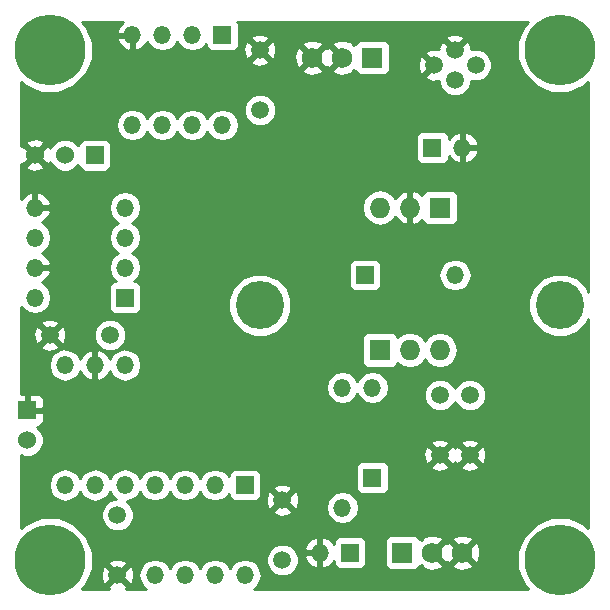
<source format=gbl>
G04 (created by PCBNEW (2013-07-07 BZR 4022)-stable) date 4/8/2015 5:18:20 PM*
%MOIN*%
G04 Gerber Fmt 3.4, Leading zero omitted, Abs format*
%FSLAX34Y34*%
G01*
G70*
G90*
G04 APERTURE LIST*
%ADD10C,0.00590551*%
%ADD11R,0.069X0.069*%
%ADD12O,0.069X0.069*%
%ADD13R,0.059X0.059*%
%ADD14O,0.059X0.059*%
%ADD15R,0.06X0.06*%
%ADD16C,0.06*%
%ADD17C,0.059*%
%ADD18C,0.16*%
%ADD19C,0.23622*%
%ADD20C,0.069*%
%ADD21C,0.01*%
G04 APERTURE END LIST*
G54D10*
G54D11*
X62250Y-55000D03*
G54D12*
X61250Y-55000D03*
X60250Y-55000D03*
G54D13*
X62000Y-53000D03*
G54D14*
X63000Y-53000D03*
G54D11*
X60250Y-59750D03*
G54D12*
X61250Y-59750D03*
X62250Y-59750D03*
G54D14*
X50750Y-64250D03*
X50750Y-60250D03*
X51750Y-60250D03*
X51750Y-64250D03*
G54D15*
X50750Y-53250D03*
G54D16*
X49750Y-53250D03*
X48750Y-53250D03*
G54D17*
X62750Y-49757D03*
X63438Y-50250D03*
X62061Y-50250D03*
X62750Y-50742D03*
X57000Y-66750D03*
X57000Y-64750D03*
X56250Y-51750D03*
X56250Y-49750D03*
X51250Y-59250D03*
X49250Y-59250D03*
G54D13*
X55750Y-64250D03*
G54D14*
X54750Y-64250D03*
X53750Y-64250D03*
X52750Y-64250D03*
X52750Y-67250D03*
X53750Y-67250D03*
X55750Y-67250D03*
X54750Y-67250D03*
G54D13*
X51750Y-58000D03*
G54D14*
X51750Y-57000D03*
X51750Y-56000D03*
X51750Y-55000D03*
X48750Y-55000D03*
X48750Y-56000D03*
X48750Y-58000D03*
X48750Y-57000D03*
G54D13*
X55000Y-49250D03*
G54D14*
X54000Y-49250D03*
X53000Y-49250D03*
X52000Y-49250D03*
X52000Y-52250D03*
X53000Y-52250D03*
X55000Y-52250D03*
X54000Y-52250D03*
G54D18*
X66250Y-58250D03*
X56250Y-58250D03*
G54D19*
X49250Y-49750D03*
X49250Y-66750D03*
X66250Y-49750D03*
X66250Y-66750D03*
G54D17*
X63250Y-61250D03*
X63250Y-63250D03*
X62250Y-61250D03*
X62250Y-63250D03*
G54D13*
X59250Y-66500D03*
G54D14*
X58250Y-66500D03*
X59000Y-65000D03*
X59000Y-61000D03*
G54D13*
X60000Y-64000D03*
G54D14*
X60000Y-61000D03*
G54D13*
X59750Y-57250D03*
G54D14*
X62750Y-57250D03*
X49750Y-60250D03*
X49750Y-64250D03*
G54D15*
X48500Y-61750D03*
G54D16*
X48500Y-62750D03*
G54D17*
X51500Y-67250D03*
X51500Y-65250D03*
G54D11*
X61000Y-66500D03*
G54D20*
X63000Y-66500D03*
X62000Y-66500D03*
G54D11*
X60000Y-50000D03*
G54D20*
X58000Y-50000D03*
X59000Y-50000D03*
G54D10*
G36*
X67200Y-65676D02*
X67061Y-65537D01*
X66535Y-65319D01*
X65966Y-65318D01*
X65440Y-65536D01*
X65037Y-65938D01*
X64819Y-66464D01*
X64818Y-67033D01*
X65036Y-67559D01*
X65176Y-67700D01*
X63984Y-67700D01*
X63984Y-50142D01*
X63901Y-49941D01*
X63748Y-49788D01*
X63547Y-49705D01*
X63331Y-49704D01*
X63293Y-49720D01*
X63288Y-49621D01*
X63227Y-49473D01*
X63132Y-49446D01*
X63061Y-49517D01*
X63061Y-49375D01*
X63034Y-49280D01*
X62830Y-49208D01*
X62614Y-49219D01*
X62465Y-49280D01*
X62438Y-49375D01*
X62750Y-49687D01*
X63061Y-49375D01*
X63061Y-49517D01*
X62820Y-49757D01*
X62826Y-49763D01*
X62755Y-49834D01*
X62750Y-49828D01*
X62744Y-49834D01*
X62673Y-49763D01*
X62679Y-49757D01*
X62367Y-49446D01*
X62272Y-49473D01*
X62200Y-49677D01*
X62202Y-49721D01*
X62141Y-49700D01*
X61925Y-49711D01*
X61776Y-49772D01*
X61749Y-49867D01*
X62061Y-50179D01*
X62066Y-50173D01*
X62137Y-50244D01*
X62131Y-50250D01*
X62137Y-50255D01*
X62066Y-50326D01*
X62061Y-50320D01*
X61990Y-50391D01*
X61990Y-50250D01*
X61678Y-49938D01*
X61583Y-49965D01*
X61511Y-50169D01*
X61522Y-50385D01*
X61583Y-50534D01*
X61678Y-50561D01*
X61990Y-50250D01*
X61990Y-50391D01*
X61749Y-50632D01*
X61776Y-50727D01*
X61980Y-50799D01*
X62196Y-50788D01*
X62204Y-50785D01*
X62204Y-50850D01*
X62287Y-51050D01*
X62440Y-51203D01*
X62641Y-51287D01*
X62857Y-51287D01*
X63058Y-51204D01*
X63211Y-51051D01*
X63294Y-50851D01*
X63294Y-50780D01*
X63330Y-50794D01*
X63546Y-50795D01*
X63747Y-50712D01*
X63900Y-50559D01*
X63983Y-50358D01*
X63984Y-50142D01*
X63984Y-67700D01*
X63799Y-67700D01*
X63799Y-63330D01*
X63795Y-63238D01*
X63795Y-61142D01*
X63712Y-60941D01*
X63559Y-60788D01*
X63528Y-60775D01*
X63528Y-53134D01*
X63528Y-52865D01*
X63468Y-52721D01*
X63326Y-52563D01*
X63134Y-52471D01*
X63050Y-52519D01*
X63050Y-52950D01*
X63479Y-52950D01*
X63528Y-52865D01*
X63528Y-53134D01*
X63479Y-53050D01*
X63050Y-53050D01*
X63050Y-53480D01*
X63134Y-53528D01*
X63326Y-53436D01*
X63468Y-53278D01*
X63528Y-53134D01*
X63528Y-60775D01*
X63358Y-60705D01*
X63305Y-60705D01*
X63305Y-57250D01*
X63264Y-57041D01*
X63146Y-56864D01*
X62969Y-56746D01*
X62950Y-56742D01*
X62950Y-53480D01*
X62950Y-53050D01*
X62942Y-53050D01*
X62942Y-52950D01*
X62950Y-52950D01*
X62950Y-52519D01*
X62865Y-52471D01*
X62673Y-52563D01*
X62545Y-52706D01*
X62545Y-52655D01*
X62507Y-52563D01*
X62436Y-52493D01*
X62344Y-52455D01*
X62245Y-52454D01*
X61655Y-52454D01*
X61563Y-52492D01*
X61493Y-52563D01*
X61455Y-52655D01*
X61454Y-52754D01*
X61454Y-53344D01*
X61492Y-53436D01*
X61563Y-53506D01*
X61655Y-53544D01*
X61754Y-53545D01*
X62344Y-53545D01*
X62436Y-53507D01*
X62506Y-53436D01*
X62544Y-53344D01*
X62545Y-53293D01*
X62673Y-53436D01*
X62865Y-53528D01*
X62950Y-53480D01*
X62950Y-56742D01*
X62845Y-56721D01*
X62845Y-55295D01*
X62845Y-54605D01*
X62807Y-54513D01*
X62736Y-54443D01*
X62644Y-54405D01*
X62545Y-54404D01*
X61855Y-54404D01*
X61763Y-54442D01*
X61693Y-54513D01*
X61662Y-54586D01*
X61558Y-54490D01*
X61392Y-54422D01*
X61300Y-54469D01*
X61300Y-54950D01*
X61307Y-54950D01*
X61307Y-55050D01*
X61300Y-55050D01*
X61300Y-55530D01*
X61392Y-55577D01*
X61558Y-55509D01*
X61662Y-55413D01*
X61692Y-55486D01*
X61763Y-55556D01*
X61855Y-55594D01*
X61954Y-55595D01*
X62644Y-55595D01*
X62736Y-55557D01*
X62806Y-55486D01*
X62844Y-55394D01*
X62845Y-55295D01*
X62845Y-56721D01*
X62760Y-56705D01*
X62739Y-56705D01*
X62530Y-56746D01*
X62353Y-56864D01*
X62235Y-57041D01*
X62194Y-57250D01*
X62235Y-57458D01*
X62353Y-57635D01*
X62530Y-57753D01*
X62739Y-57795D01*
X62760Y-57795D01*
X62969Y-57753D01*
X63146Y-57635D01*
X63264Y-57458D01*
X63305Y-57250D01*
X63305Y-60705D01*
X63142Y-60704D01*
X62941Y-60787D01*
X62845Y-60884D01*
X62845Y-59761D01*
X62845Y-59738D01*
X62799Y-59510D01*
X62670Y-59317D01*
X62477Y-59188D01*
X62250Y-59143D01*
X62022Y-59188D01*
X61829Y-59317D01*
X61750Y-59436D01*
X61670Y-59317D01*
X61477Y-59188D01*
X61250Y-59143D01*
X61200Y-59153D01*
X61200Y-55530D01*
X61200Y-55050D01*
X61192Y-55050D01*
X61192Y-54950D01*
X61200Y-54950D01*
X61200Y-54469D01*
X61107Y-54422D01*
X60941Y-54490D01*
X60770Y-54647D01*
X60751Y-54688D01*
X60670Y-54567D01*
X60595Y-54517D01*
X60595Y-50295D01*
X60595Y-49605D01*
X60557Y-49513D01*
X60486Y-49443D01*
X60394Y-49405D01*
X60295Y-49404D01*
X59605Y-49404D01*
X59513Y-49442D01*
X59443Y-49513D01*
X59421Y-49565D01*
X59392Y-49536D01*
X59347Y-49581D01*
X59314Y-49481D01*
X59092Y-49400D01*
X58856Y-49410D01*
X58685Y-49481D01*
X58652Y-49581D01*
X59000Y-49929D01*
X59005Y-49923D01*
X59076Y-49994D01*
X59070Y-50000D01*
X59076Y-50005D01*
X59005Y-50076D01*
X59000Y-50070D01*
X58929Y-50141D01*
X58929Y-50000D01*
X58581Y-49652D01*
X58500Y-49678D01*
X58418Y-49652D01*
X58347Y-49722D01*
X58347Y-49581D01*
X58314Y-49481D01*
X58092Y-49400D01*
X57856Y-49410D01*
X57685Y-49481D01*
X57652Y-49581D01*
X58000Y-49929D01*
X58347Y-49581D01*
X58347Y-49722D01*
X58070Y-50000D01*
X58418Y-50347D01*
X58500Y-50321D01*
X58581Y-50347D01*
X58929Y-50000D01*
X58929Y-50141D01*
X58652Y-50418D01*
X58685Y-50518D01*
X58907Y-50599D01*
X59143Y-50589D01*
X59314Y-50518D01*
X59347Y-50418D01*
X59347Y-50418D01*
X59392Y-50463D01*
X59421Y-50434D01*
X59442Y-50486D01*
X59513Y-50556D01*
X59605Y-50594D01*
X59704Y-50595D01*
X60394Y-50595D01*
X60486Y-50557D01*
X60556Y-50486D01*
X60594Y-50394D01*
X60595Y-50295D01*
X60595Y-54517D01*
X60477Y-54438D01*
X60250Y-54393D01*
X60022Y-54438D01*
X59829Y-54567D01*
X59700Y-54760D01*
X59655Y-54988D01*
X59655Y-55011D01*
X59700Y-55239D01*
X59829Y-55432D01*
X60022Y-55561D01*
X60250Y-55606D01*
X60477Y-55561D01*
X60670Y-55432D01*
X60751Y-55311D01*
X60770Y-55352D01*
X60941Y-55509D01*
X61107Y-55577D01*
X61200Y-55530D01*
X61200Y-59153D01*
X61022Y-59188D01*
X60829Y-59317D01*
X60807Y-59263D01*
X60736Y-59193D01*
X60644Y-59155D01*
X60545Y-59154D01*
X60295Y-59154D01*
X60295Y-57495D01*
X60295Y-56905D01*
X60257Y-56813D01*
X60186Y-56743D01*
X60094Y-56705D01*
X59995Y-56704D01*
X59405Y-56704D01*
X59347Y-56728D01*
X59313Y-56742D01*
X59243Y-56813D01*
X59205Y-56905D01*
X59204Y-57004D01*
X59204Y-57594D01*
X59242Y-57686D01*
X59313Y-57756D01*
X59405Y-57794D01*
X59504Y-57795D01*
X60094Y-57795D01*
X60186Y-57757D01*
X60256Y-57686D01*
X60294Y-57594D01*
X60295Y-57495D01*
X60295Y-59154D01*
X59855Y-59154D01*
X59763Y-59192D01*
X59693Y-59263D01*
X59655Y-59355D01*
X59654Y-59454D01*
X59654Y-60144D01*
X59692Y-60236D01*
X59763Y-60306D01*
X59855Y-60344D01*
X59954Y-60345D01*
X60644Y-60345D01*
X60736Y-60307D01*
X60806Y-60236D01*
X60829Y-60182D01*
X61022Y-60311D01*
X61250Y-60356D01*
X61477Y-60311D01*
X61670Y-60182D01*
X61750Y-60063D01*
X61829Y-60182D01*
X62022Y-60311D01*
X62250Y-60356D01*
X62477Y-60311D01*
X62670Y-60182D01*
X62799Y-59989D01*
X62845Y-59761D01*
X62845Y-60884D01*
X62788Y-60940D01*
X62750Y-61032D01*
X62712Y-60941D01*
X62559Y-60788D01*
X62358Y-60705D01*
X62142Y-60704D01*
X61941Y-60787D01*
X61788Y-60940D01*
X61705Y-61141D01*
X61704Y-61357D01*
X61787Y-61558D01*
X61940Y-61711D01*
X62141Y-61794D01*
X62357Y-61795D01*
X62558Y-61712D01*
X62711Y-61559D01*
X62749Y-61467D01*
X62787Y-61558D01*
X62940Y-61711D01*
X63141Y-61794D01*
X63357Y-61795D01*
X63558Y-61712D01*
X63711Y-61559D01*
X63794Y-61358D01*
X63795Y-61142D01*
X63795Y-63238D01*
X63788Y-63114D01*
X63727Y-62965D01*
X63632Y-62938D01*
X63561Y-63009D01*
X63561Y-62867D01*
X63534Y-62772D01*
X63330Y-62700D01*
X63114Y-62711D01*
X62965Y-62772D01*
X62938Y-62867D01*
X63250Y-63179D01*
X63561Y-62867D01*
X63561Y-63009D01*
X63320Y-63250D01*
X63632Y-63561D01*
X63727Y-63534D01*
X63799Y-63330D01*
X63799Y-67700D01*
X63599Y-67700D01*
X63599Y-66592D01*
X63589Y-66356D01*
X63561Y-66289D01*
X63561Y-63632D01*
X63250Y-63320D01*
X63179Y-63391D01*
X63179Y-63250D01*
X62867Y-62938D01*
X62772Y-62965D01*
X62751Y-63024D01*
X62727Y-62965D01*
X62632Y-62938D01*
X62561Y-63009D01*
X62561Y-62867D01*
X62534Y-62772D01*
X62330Y-62700D01*
X62114Y-62711D01*
X61965Y-62772D01*
X61938Y-62867D01*
X62250Y-63179D01*
X62561Y-62867D01*
X62561Y-63009D01*
X62320Y-63250D01*
X62632Y-63561D01*
X62727Y-63534D01*
X62748Y-63475D01*
X62772Y-63534D01*
X62867Y-63561D01*
X63179Y-63250D01*
X63179Y-63391D01*
X62938Y-63632D01*
X62965Y-63727D01*
X63169Y-63799D01*
X63385Y-63788D01*
X63534Y-63727D01*
X63561Y-63632D01*
X63561Y-66289D01*
X63518Y-66185D01*
X63418Y-66152D01*
X63347Y-66222D01*
X63347Y-66081D01*
X63314Y-65981D01*
X63092Y-65900D01*
X62856Y-65910D01*
X62685Y-65981D01*
X62652Y-66081D01*
X63000Y-66429D01*
X63347Y-66081D01*
X63347Y-66222D01*
X63070Y-66500D01*
X63418Y-66847D01*
X63518Y-66814D01*
X63599Y-66592D01*
X63599Y-67700D01*
X63347Y-67700D01*
X63347Y-66918D01*
X63000Y-66570D01*
X62929Y-66641D01*
X62929Y-66500D01*
X62581Y-66152D01*
X62561Y-66158D01*
X62561Y-63632D01*
X62250Y-63320D01*
X62179Y-63391D01*
X62179Y-63250D01*
X61867Y-62938D01*
X61772Y-62965D01*
X61700Y-63169D01*
X61711Y-63385D01*
X61772Y-63534D01*
X61867Y-63561D01*
X62179Y-63250D01*
X62179Y-63391D01*
X61938Y-63632D01*
X61965Y-63727D01*
X62169Y-63799D01*
X62385Y-63788D01*
X62534Y-63727D01*
X62561Y-63632D01*
X62561Y-66158D01*
X62500Y-66178D01*
X62418Y-66152D01*
X62347Y-66222D01*
X62070Y-66500D01*
X62418Y-66847D01*
X62500Y-66821D01*
X62581Y-66847D01*
X62929Y-66500D01*
X62929Y-66641D01*
X62652Y-66918D01*
X62685Y-67018D01*
X62907Y-67099D01*
X63143Y-67089D01*
X63314Y-67018D01*
X63347Y-66918D01*
X63347Y-67700D01*
X62347Y-67700D01*
X62347Y-66918D01*
X62000Y-66570D01*
X61994Y-66576D01*
X61929Y-66511D01*
X61923Y-66505D01*
X61929Y-66500D01*
X61923Y-66494D01*
X61994Y-66423D01*
X62000Y-66429D01*
X62347Y-66081D01*
X62314Y-65981D01*
X62092Y-65900D01*
X61856Y-65910D01*
X61685Y-65981D01*
X61652Y-66081D01*
X61607Y-66036D01*
X61578Y-66065D01*
X61557Y-66013D01*
X61486Y-65943D01*
X61394Y-65905D01*
X61295Y-65904D01*
X60605Y-65904D01*
X60545Y-65929D01*
X60545Y-64245D01*
X60545Y-63655D01*
X60545Y-63655D01*
X60545Y-61010D01*
X60545Y-60989D01*
X60503Y-60780D01*
X60385Y-60603D01*
X60208Y-60485D01*
X60000Y-60444D01*
X59791Y-60485D01*
X59614Y-60603D01*
X59500Y-60775D01*
X59385Y-60603D01*
X59208Y-60485D01*
X59000Y-60444D01*
X58791Y-60485D01*
X58614Y-60603D01*
X58496Y-60780D01*
X58455Y-60989D01*
X58455Y-61010D01*
X58496Y-61219D01*
X58614Y-61396D01*
X58791Y-61514D01*
X59000Y-61555D01*
X59208Y-61514D01*
X59385Y-61396D01*
X59500Y-61224D01*
X59614Y-61396D01*
X59791Y-61514D01*
X60000Y-61555D01*
X60208Y-61514D01*
X60385Y-61396D01*
X60503Y-61219D01*
X60545Y-61010D01*
X60545Y-63655D01*
X60507Y-63563D01*
X60436Y-63493D01*
X60344Y-63455D01*
X60245Y-63454D01*
X59655Y-63454D01*
X59563Y-63492D01*
X59493Y-63563D01*
X59455Y-63655D01*
X59454Y-63754D01*
X59454Y-64344D01*
X59492Y-64436D01*
X59563Y-64506D01*
X59655Y-64544D01*
X59754Y-64545D01*
X60344Y-64545D01*
X60436Y-64507D01*
X60506Y-64436D01*
X60544Y-64344D01*
X60545Y-64245D01*
X60545Y-65929D01*
X60513Y-65942D01*
X60443Y-66013D01*
X60405Y-66105D01*
X60404Y-66204D01*
X60404Y-66894D01*
X60442Y-66986D01*
X60513Y-67056D01*
X60605Y-67094D01*
X60704Y-67095D01*
X61394Y-67095D01*
X61486Y-67057D01*
X61556Y-66986D01*
X61578Y-66934D01*
X61607Y-66963D01*
X61652Y-66918D01*
X61685Y-67018D01*
X61907Y-67099D01*
X62143Y-67089D01*
X62314Y-67018D01*
X62347Y-66918D01*
X62347Y-67700D01*
X59795Y-67700D01*
X59795Y-66745D01*
X59795Y-66155D01*
X59757Y-66063D01*
X59686Y-65993D01*
X59594Y-65955D01*
X59545Y-65955D01*
X59545Y-65010D01*
X59545Y-64989D01*
X59503Y-64780D01*
X59385Y-64603D01*
X59208Y-64485D01*
X59000Y-64444D01*
X58791Y-64485D01*
X58614Y-64603D01*
X58496Y-64780D01*
X58455Y-64989D01*
X58455Y-65010D01*
X58496Y-65219D01*
X58614Y-65396D01*
X58791Y-65514D01*
X59000Y-65555D01*
X59208Y-65514D01*
X59385Y-65396D01*
X59503Y-65219D01*
X59545Y-65010D01*
X59545Y-65955D01*
X59495Y-65954D01*
X58905Y-65954D01*
X58813Y-65992D01*
X58743Y-66063D01*
X58705Y-66155D01*
X58704Y-66206D01*
X58576Y-66063D01*
X58384Y-65971D01*
X58347Y-65992D01*
X58347Y-50418D01*
X58000Y-50070D01*
X57929Y-50141D01*
X57929Y-50000D01*
X57581Y-49652D01*
X57481Y-49685D01*
X57400Y-49907D01*
X57410Y-50143D01*
X57481Y-50314D01*
X57581Y-50347D01*
X57929Y-50000D01*
X57929Y-50141D01*
X57652Y-50418D01*
X57685Y-50518D01*
X57907Y-50599D01*
X58143Y-50589D01*
X58314Y-50518D01*
X58347Y-50418D01*
X58347Y-65992D01*
X58300Y-66019D01*
X58300Y-66450D01*
X58307Y-66450D01*
X58307Y-66550D01*
X58300Y-66550D01*
X58300Y-66980D01*
X58384Y-67028D01*
X58576Y-66936D01*
X58704Y-66793D01*
X58704Y-66844D01*
X58742Y-66936D01*
X58813Y-67006D01*
X58905Y-67044D01*
X59004Y-67045D01*
X59594Y-67045D01*
X59686Y-67007D01*
X59756Y-66936D01*
X59794Y-66844D01*
X59795Y-66745D01*
X59795Y-67700D01*
X58200Y-67700D01*
X58200Y-66980D01*
X58200Y-66550D01*
X58200Y-66450D01*
X58200Y-66019D01*
X58115Y-65971D01*
X57923Y-66063D01*
X57781Y-66221D01*
X57721Y-66365D01*
X57770Y-66450D01*
X58200Y-66450D01*
X58200Y-66550D01*
X57770Y-66550D01*
X57721Y-66634D01*
X57781Y-66778D01*
X57923Y-66936D01*
X58115Y-67028D01*
X58200Y-66980D01*
X58200Y-67700D01*
X57549Y-67700D01*
X57549Y-64830D01*
X57538Y-64614D01*
X57477Y-64465D01*
X57382Y-64438D01*
X57311Y-64509D01*
X57311Y-64367D01*
X57300Y-64327D01*
X57300Y-58042D01*
X57140Y-57656D01*
X56845Y-57360D01*
X56799Y-57341D01*
X56799Y-49830D01*
X56788Y-49614D01*
X56727Y-49465D01*
X56632Y-49438D01*
X56561Y-49509D01*
X56561Y-49367D01*
X56534Y-49272D01*
X56330Y-49200D01*
X56114Y-49211D01*
X55965Y-49272D01*
X55938Y-49367D01*
X56250Y-49679D01*
X56561Y-49367D01*
X56561Y-49509D01*
X56320Y-49750D01*
X56632Y-50061D01*
X56727Y-50034D01*
X56799Y-49830D01*
X56799Y-57341D01*
X56795Y-57339D01*
X56795Y-51642D01*
X56712Y-51441D01*
X56561Y-51290D01*
X56561Y-50132D01*
X56250Y-49820D01*
X56179Y-49891D01*
X56179Y-49750D01*
X55867Y-49438D01*
X55772Y-49465D01*
X55700Y-49669D01*
X55711Y-49885D01*
X55772Y-50034D01*
X55867Y-50061D01*
X56179Y-49750D01*
X56179Y-49891D01*
X55938Y-50132D01*
X55965Y-50227D01*
X56169Y-50299D01*
X56385Y-50288D01*
X56534Y-50227D01*
X56561Y-50132D01*
X56561Y-51290D01*
X56559Y-51288D01*
X56358Y-51205D01*
X56142Y-51204D01*
X55941Y-51287D01*
X55788Y-51440D01*
X55705Y-51641D01*
X55704Y-51857D01*
X55787Y-52058D01*
X55940Y-52211D01*
X56141Y-52294D01*
X56357Y-52295D01*
X56558Y-52212D01*
X56711Y-52059D01*
X56794Y-51858D01*
X56795Y-51642D01*
X56795Y-57339D01*
X56459Y-57200D01*
X56042Y-57199D01*
X55656Y-57359D01*
X55555Y-57459D01*
X55555Y-52250D01*
X55514Y-52041D01*
X55396Y-51864D01*
X55219Y-51746D01*
X55010Y-51705D01*
X54989Y-51705D01*
X54780Y-51746D01*
X54603Y-51864D01*
X54500Y-52020D01*
X54396Y-51864D01*
X54219Y-51746D01*
X54010Y-51705D01*
X53989Y-51705D01*
X53780Y-51746D01*
X53603Y-51864D01*
X53500Y-52020D01*
X53396Y-51864D01*
X53219Y-51746D01*
X53010Y-51705D01*
X52989Y-51705D01*
X52780Y-51746D01*
X52603Y-51864D01*
X52500Y-52020D01*
X52396Y-51864D01*
X52219Y-51746D01*
X52010Y-51705D01*
X51989Y-51705D01*
X51950Y-51712D01*
X51950Y-49730D01*
X51950Y-49300D01*
X51520Y-49300D01*
X51471Y-49384D01*
X51531Y-49528D01*
X51673Y-49686D01*
X51865Y-49778D01*
X51950Y-49730D01*
X51950Y-51712D01*
X51780Y-51746D01*
X51603Y-51864D01*
X51485Y-52041D01*
X51444Y-52250D01*
X51485Y-52458D01*
X51603Y-52635D01*
X51780Y-52753D01*
X51989Y-52795D01*
X52010Y-52795D01*
X52219Y-52753D01*
X52396Y-52635D01*
X52500Y-52479D01*
X52603Y-52635D01*
X52780Y-52753D01*
X52989Y-52795D01*
X53010Y-52795D01*
X53219Y-52753D01*
X53396Y-52635D01*
X53500Y-52479D01*
X53603Y-52635D01*
X53780Y-52753D01*
X53989Y-52795D01*
X54010Y-52795D01*
X54219Y-52753D01*
X54396Y-52635D01*
X54500Y-52479D01*
X54603Y-52635D01*
X54780Y-52753D01*
X54989Y-52795D01*
X55010Y-52795D01*
X55219Y-52753D01*
X55396Y-52635D01*
X55514Y-52458D01*
X55555Y-52250D01*
X55555Y-57459D01*
X55360Y-57654D01*
X55200Y-58040D01*
X55199Y-58457D01*
X55359Y-58844D01*
X55654Y-59139D01*
X56040Y-59299D01*
X56457Y-59300D01*
X56844Y-59140D01*
X57139Y-58845D01*
X57299Y-58459D01*
X57300Y-58042D01*
X57300Y-64327D01*
X57284Y-64272D01*
X57080Y-64200D01*
X56864Y-64211D01*
X56715Y-64272D01*
X56688Y-64367D01*
X57000Y-64679D01*
X57311Y-64367D01*
X57311Y-64509D01*
X57070Y-64750D01*
X57382Y-65061D01*
X57477Y-65034D01*
X57549Y-64830D01*
X57549Y-67700D01*
X57545Y-67700D01*
X57545Y-66642D01*
X57462Y-66441D01*
X57311Y-66290D01*
X57311Y-65132D01*
X57000Y-64820D01*
X56929Y-64891D01*
X56929Y-64750D01*
X56617Y-64438D01*
X56522Y-64465D01*
X56450Y-64669D01*
X56461Y-64885D01*
X56522Y-65034D01*
X56617Y-65061D01*
X56929Y-64750D01*
X56929Y-64891D01*
X56688Y-65132D01*
X56715Y-65227D01*
X56919Y-65299D01*
X57135Y-65288D01*
X57284Y-65227D01*
X57311Y-65132D01*
X57311Y-66290D01*
X57309Y-66288D01*
X57108Y-66205D01*
X56892Y-66204D01*
X56691Y-66287D01*
X56538Y-66440D01*
X56455Y-66641D01*
X56454Y-66857D01*
X56537Y-67058D01*
X56690Y-67211D01*
X56891Y-67294D01*
X57107Y-67295D01*
X57308Y-67212D01*
X57461Y-67059D01*
X57544Y-66858D01*
X57545Y-66642D01*
X57545Y-67700D01*
X56049Y-67700D01*
X56146Y-67635D01*
X56264Y-67458D01*
X56305Y-67250D01*
X56295Y-67196D01*
X56295Y-64495D01*
X56295Y-63905D01*
X56257Y-63813D01*
X56186Y-63743D01*
X56094Y-63705D01*
X55995Y-63704D01*
X55405Y-63704D01*
X55313Y-63742D01*
X55243Y-63813D01*
X55205Y-63905D01*
X55205Y-63952D01*
X55146Y-63864D01*
X54969Y-63746D01*
X54760Y-63705D01*
X54739Y-63705D01*
X54530Y-63746D01*
X54353Y-63864D01*
X54250Y-64020D01*
X54146Y-63864D01*
X53969Y-63746D01*
X53760Y-63705D01*
X53739Y-63705D01*
X53530Y-63746D01*
X53353Y-63864D01*
X53250Y-64020D01*
X53146Y-63864D01*
X52969Y-63746D01*
X52760Y-63705D01*
X52739Y-63705D01*
X52530Y-63746D01*
X52353Y-63864D01*
X52295Y-63952D01*
X52295Y-58245D01*
X52295Y-57655D01*
X52257Y-57563D01*
X52186Y-57493D01*
X52094Y-57455D01*
X52047Y-57455D01*
X52135Y-57396D01*
X52253Y-57219D01*
X52295Y-57010D01*
X52295Y-56989D01*
X52253Y-56780D01*
X52135Y-56603D01*
X51979Y-56500D01*
X52135Y-56396D01*
X52253Y-56219D01*
X52295Y-56010D01*
X52295Y-55989D01*
X52253Y-55780D01*
X52135Y-55603D01*
X51979Y-55500D01*
X52135Y-55396D01*
X52253Y-55219D01*
X52295Y-55010D01*
X52295Y-54989D01*
X52253Y-54780D01*
X52135Y-54603D01*
X51958Y-54485D01*
X51750Y-54444D01*
X51541Y-54485D01*
X51364Y-54603D01*
X51300Y-54700D01*
X51300Y-53500D01*
X51300Y-52900D01*
X51262Y-52808D01*
X51191Y-52738D01*
X51099Y-52700D01*
X51000Y-52699D01*
X50400Y-52699D01*
X50308Y-52737D01*
X50238Y-52808D01*
X50200Y-52900D01*
X50200Y-52922D01*
X50061Y-52784D01*
X49859Y-52700D01*
X49641Y-52699D01*
X49438Y-52783D01*
X49284Y-52938D01*
X49252Y-53013D01*
X49231Y-52962D01*
X49135Y-52934D01*
X49065Y-53005D01*
X49065Y-52864D01*
X49037Y-52768D01*
X48831Y-52695D01*
X48613Y-52706D01*
X48462Y-52768D01*
X48434Y-52864D01*
X48750Y-53179D01*
X49065Y-52864D01*
X49065Y-53005D01*
X48820Y-53250D01*
X49135Y-53565D01*
X49231Y-53537D01*
X49250Y-53482D01*
X49283Y-53561D01*
X49438Y-53715D01*
X49640Y-53799D01*
X49858Y-53800D01*
X50061Y-53716D01*
X50199Y-53577D01*
X50199Y-53599D01*
X50237Y-53691D01*
X50308Y-53761D01*
X50400Y-53799D01*
X50499Y-53800D01*
X51099Y-53800D01*
X51191Y-53762D01*
X51261Y-53691D01*
X51299Y-53599D01*
X51300Y-53500D01*
X51300Y-54700D01*
X51246Y-54780D01*
X51205Y-54989D01*
X51205Y-55010D01*
X51246Y-55219D01*
X51364Y-55396D01*
X51520Y-55500D01*
X51364Y-55603D01*
X51246Y-55780D01*
X51205Y-55989D01*
X51205Y-56010D01*
X51246Y-56219D01*
X51364Y-56396D01*
X51520Y-56500D01*
X51364Y-56603D01*
X51246Y-56780D01*
X51205Y-56989D01*
X51205Y-57010D01*
X51246Y-57219D01*
X51364Y-57396D01*
X51452Y-57454D01*
X51405Y-57454D01*
X51313Y-57492D01*
X51243Y-57563D01*
X51205Y-57655D01*
X51204Y-57754D01*
X51204Y-58344D01*
X51242Y-58436D01*
X51313Y-58506D01*
X51405Y-58544D01*
X51504Y-58545D01*
X52094Y-58545D01*
X52186Y-58507D01*
X52256Y-58436D01*
X52294Y-58344D01*
X52295Y-58245D01*
X52295Y-63952D01*
X52295Y-63952D01*
X52295Y-60260D01*
X52295Y-60239D01*
X52253Y-60030D01*
X52135Y-59853D01*
X51958Y-59735D01*
X51795Y-59703D01*
X51795Y-59142D01*
X51712Y-58941D01*
X51559Y-58788D01*
X51358Y-58705D01*
X51142Y-58704D01*
X50941Y-58787D01*
X50788Y-58940D01*
X50705Y-59141D01*
X50704Y-59357D01*
X50787Y-59558D01*
X50940Y-59711D01*
X51141Y-59794D01*
X51357Y-59795D01*
X51558Y-59712D01*
X51711Y-59559D01*
X51794Y-59358D01*
X51795Y-59142D01*
X51795Y-59703D01*
X51750Y-59694D01*
X51541Y-59735D01*
X51364Y-59853D01*
X51246Y-60030D01*
X51243Y-60043D01*
X51186Y-59923D01*
X51028Y-59781D01*
X50884Y-59721D01*
X50800Y-59770D01*
X50800Y-60200D01*
X50807Y-60200D01*
X50807Y-60300D01*
X50800Y-60300D01*
X50800Y-60729D01*
X50884Y-60778D01*
X51028Y-60718D01*
X51186Y-60576D01*
X51243Y-60456D01*
X51246Y-60469D01*
X51364Y-60646D01*
X51541Y-60764D01*
X51750Y-60805D01*
X51958Y-60764D01*
X52135Y-60646D01*
X52253Y-60469D01*
X52295Y-60260D01*
X52295Y-63952D01*
X52248Y-64022D01*
X52135Y-63853D01*
X51958Y-63735D01*
X51750Y-63694D01*
X51541Y-63735D01*
X51364Y-63853D01*
X51250Y-64025D01*
X51135Y-63853D01*
X50958Y-63735D01*
X50750Y-63694D01*
X50700Y-63704D01*
X50700Y-60729D01*
X50700Y-60300D01*
X50692Y-60300D01*
X50692Y-60200D01*
X50700Y-60200D01*
X50700Y-59770D01*
X50615Y-59721D01*
X50471Y-59781D01*
X50313Y-59923D01*
X50256Y-60043D01*
X50253Y-60030D01*
X50135Y-59853D01*
X49958Y-59735D01*
X49799Y-59704D01*
X49799Y-59330D01*
X49788Y-59114D01*
X49727Y-58965D01*
X49632Y-58938D01*
X49561Y-59009D01*
X49561Y-58867D01*
X49534Y-58772D01*
X49330Y-58700D01*
X49114Y-58711D01*
X48965Y-58772D01*
X48938Y-58867D01*
X49250Y-59179D01*
X49561Y-58867D01*
X49561Y-59009D01*
X49320Y-59250D01*
X49632Y-59561D01*
X49727Y-59534D01*
X49799Y-59330D01*
X49799Y-59704D01*
X49750Y-59694D01*
X49561Y-59731D01*
X49561Y-59632D01*
X49250Y-59320D01*
X49179Y-59391D01*
X49179Y-59250D01*
X48867Y-58938D01*
X48772Y-58965D01*
X48700Y-59169D01*
X48711Y-59385D01*
X48772Y-59534D01*
X48867Y-59561D01*
X49179Y-59250D01*
X49179Y-59391D01*
X48938Y-59632D01*
X48965Y-59727D01*
X49169Y-59799D01*
X49385Y-59788D01*
X49534Y-59727D01*
X49561Y-59632D01*
X49561Y-59731D01*
X49541Y-59735D01*
X49364Y-59853D01*
X49246Y-60030D01*
X49205Y-60239D01*
X49205Y-60260D01*
X49246Y-60469D01*
X49364Y-60646D01*
X49541Y-60764D01*
X49750Y-60805D01*
X49958Y-60764D01*
X50135Y-60646D01*
X50253Y-60469D01*
X50256Y-60456D01*
X50313Y-60576D01*
X50471Y-60718D01*
X50615Y-60778D01*
X50700Y-60729D01*
X50700Y-63704D01*
X50541Y-63735D01*
X50364Y-63853D01*
X50250Y-64025D01*
X50135Y-63853D01*
X49958Y-63735D01*
X49750Y-63694D01*
X49541Y-63735D01*
X49364Y-63853D01*
X49246Y-64030D01*
X49205Y-64239D01*
X49205Y-64260D01*
X49246Y-64469D01*
X49364Y-64646D01*
X49541Y-64764D01*
X49750Y-64805D01*
X49958Y-64764D01*
X50135Y-64646D01*
X50250Y-64474D01*
X50364Y-64646D01*
X50541Y-64764D01*
X50750Y-64805D01*
X50958Y-64764D01*
X51135Y-64646D01*
X51250Y-64474D01*
X51364Y-64646D01*
X51452Y-64704D01*
X51392Y-64704D01*
X51191Y-64787D01*
X51038Y-64940D01*
X50955Y-65141D01*
X50954Y-65357D01*
X51037Y-65558D01*
X51190Y-65711D01*
X51391Y-65794D01*
X51607Y-65795D01*
X51808Y-65712D01*
X51961Y-65559D01*
X52044Y-65358D01*
X52045Y-65142D01*
X51962Y-64941D01*
X51813Y-64792D01*
X51958Y-64764D01*
X52135Y-64646D01*
X52248Y-64477D01*
X52353Y-64635D01*
X52530Y-64753D01*
X52739Y-64795D01*
X52760Y-64795D01*
X52969Y-64753D01*
X53146Y-64635D01*
X53250Y-64479D01*
X53353Y-64635D01*
X53530Y-64753D01*
X53739Y-64795D01*
X53760Y-64795D01*
X53969Y-64753D01*
X54146Y-64635D01*
X54250Y-64479D01*
X54353Y-64635D01*
X54530Y-64753D01*
X54739Y-64795D01*
X54760Y-64795D01*
X54969Y-64753D01*
X55146Y-64635D01*
X55204Y-64547D01*
X55204Y-64594D01*
X55242Y-64686D01*
X55313Y-64756D01*
X55405Y-64794D01*
X55504Y-64795D01*
X56094Y-64795D01*
X56186Y-64757D01*
X56256Y-64686D01*
X56294Y-64594D01*
X56295Y-64495D01*
X56295Y-67196D01*
X56264Y-67041D01*
X56146Y-66864D01*
X55969Y-66746D01*
X55760Y-66705D01*
X55739Y-66705D01*
X55530Y-66746D01*
X55353Y-66864D01*
X55250Y-67020D01*
X55146Y-66864D01*
X54969Y-66746D01*
X54760Y-66705D01*
X54739Y-66705D01*
X54530Y-66746D01*
X54353Y-66864D01*
X54250Y-67020D01*
X54146Y-66864D01*
X53969Y-66746D01*
X53760Y-66705D01*
X53739Y-66705D01*
X53530Y-66746D01*
X53353Y-66864D01*
X53250Y-67020D01*
X53146Y-66864D01*
X52969Y-66746D01*
X52760Y-66705D01*
X52739Y-66705D01*
X52530Y-66746D01*
X52353Y-66864D01*
X52235Y-67041D01*
X52194Y-67250D01*
X52235Y-67458D01*
X52353Y-67635D01*
X52450Y-67700D01*
X52049Y-67700D01*
X52049Y-67330D01*
X52038Y-67114D01*
X51977Y-66965D01*
X51882Y-66938D01*
X51811Y-67009D01*
X51811Y-66867D01*
X51784Y-66772D01*
X51580Y-66700D01*
X51364Y-66711D01*
X51215Y-66772D01*
X51188Y-66867D01*
X51500Y-67179D01*
X51811Y-66867D01*
X51811Y-67009D01*
X51570Y-67250D01*
X51882Y-67561D01*
X51977Y-67534D01*
X52049Y-67330D01*
X52049Y-67700D01*
X51792Y-67700D01*
X51811Y-67632D01*
X51500Y-67320D01*
X51429Y-67391D01*
X51429Y-67250D01*
X51117Y-66938D01*
X51022Y-66965D01*
X50950Y-67169D01*
X50961Y-67385D01*
X51022Y-67534D01*
X51117Y-67561D01*
X51429Y-67250D01*
X51429Y-67391D01*
X51188Y-67632D01*
X51207Y-67700D01*
X50323Y-67700D01*
X50462Y-67561D01*
X50680Y-67035D01*
X50681Y-66466D01*
X50463Y-65940D01*
X50061Y-65537D01*
X49535Y-65319D01*
X48966Y-65318D01*
X48440Y-65536D01*
X48300Y-65676D01*
X48300Y-63262D01*
X48390Y-63299D01*
X48608Y-63300D01*
X48811Y-63216D01*
X48965Y-63061D01*
X49049Y-62859D01*
X49050Y-62641D01*
X48966Y-62438D01*
X48827Y-62299D01*
X48849Y-62299D01*
X48941Y-62261D01*
X49012Y-62191D01*
X49050Y-62099D01*
X49050Y-61400D01*
X49012Y-61308D01*
X48941Y-61238D01*
X48849Y-61200D01*
X48750Y-61199D01*
X48612Y-61200D01*
X48550Y-61262D01*
X48550Y-61700D01*
X48987Y-61700D01*
X49050Y-61637D01*
X49050Y-61400D01*
X49050Y-62099D01*
X49050Y-61862D01*
X48987Y-61800D01*
X48550Y-61800D01*
X48550Y-61807D01*
X48450Y-61807D01*
X48450Y-61800D01*
X48442Y-61800D01*
X48442Y-61700D01*
X48450Y-61700D01*
X48450Y-61262D01*
X48387Y-61200D01*
X48300Y-61199D01*
X48300Y-58299D01*
X48364Y-58396D01*
X48541Y-58514D01*
X48750Y-58555D01*
X48958Y-58514D01*
X49135Y-58396D01*
X49253Y-58219D01*
X49295Y-58010D01*
X49295Y-57989D01*
X49253Y-57780D01*
X49135Y-57603D01*
X48969Y-57492D01*
X49028Y-57468D01*
X49186Y-57326D01*
X49278Y-57134D01*
X49230Y-57050D01*
X48800Y-57050D01*
X48800Y-57057D01*
X48700Y-57057D01*
X48700Y-57050D01*
X48692Y-57050D01*
X48692Y-56950D01*
X48700Y-56950D01*
X48700Y-56942D01*
X48800Y-56942D01*
X48800Y-56950D01*
X49230Y-56950D01*
X49278Y-56865D01*
X49186Y-56673D01*
X49028Y-56531D01*
X48969Y-56507D01*
X49135Y-56396D01*
X49253Y-56219D01*
X49295Y-56010D01*
X49295Y-55989D01*
X49253Y-55780D01*
X49135Y-55603D01*
X48969Y-55492D01*
X49028Y-55468D01*
X49186Y-55326D01*
X49278Y-55134D01*
X49278Y-54865D01*
X49186Y-54673D01*
X49065Y-54564D01*
X49065Y-53635D01*
X48750Y-53320D01*
X48434Y-53635D01*
X48462Y-53731D01*
X48668Y-53804D01*
X48886Y-53793D01*
X49037Y-53731D01*
X49065Y-53635D01*
X49065Y-54564D01*
X49028Y-54531D01*
X48884Y-54471D01*
X48800Y-54520D01*
X48800Y-54950D01*
X49230Y-54950D01*
X49278Y-54865D01*
X49278Y-55134D01*
X49230Y-55050D01*
X48800Y-55050D01*
X48800Y-55057D01*
X48700Y-55057D01*
X48700Y-55050D01*
X48692Y-55050D01*
X48692Y-54950D01*
X48700Y-54950D01*
X48700Y-54520D01*
X48615Y-54471D01*
X48471Y-54531D01*
X48313Y-54673D01*
X48300Y-54701D01*
X48300Y-53546D01*
X48364Y-53565D01*
X48679Y-53250D01*
X48364Y-52934D01*
X48300Y-52953D01*
X48300Y-50823D01*
X48438Y-50962D01*
X48964Y-51180D01*
X49533Y-51181D01*
X50059Y-50963D01*
X50462Y-50561D01*
X50680Y-50035D01*
X50681Y-49466D01*
X50463Y-48940D01*
X50323Y-48800D01*
X51701Y-48800D01*
X51673Y-48813D01*
X51531Y-48971D01*
X51471Y-49115D01*
X51520Y-49200D01*
X51950Y-49200D01*
X51950Y-49192D01*
X52050Y-49192D01*
X52050Y-49200D01*
X52057Y-49200D01*
X52057Y-49300D01*
X52050Y-49300D01*
X52050Y-49730D01*
X52134Y-49778D01*
X52326Y-49686D01*
X52468Y-49528D01*
X52492Y-49469D01*
X52603Y-49635D01*
X52780Y-49753D01*
X52989Y-49795D01*
X53010Y-49795D01*
X53219Y-49753D01*
X53396Y-49635D01*
X53500Y-49479D01*
X53603Y-49635D01*
X53780Y-49753D01*
X53989Y-49795D01*
X54010Y-49795D01*
X54219Y-49753D01*
X54396Y-49635D01*
X54454Y-49547D01*
X54454Y-49594D01*
X54492Y-49686D01*
X54563Y-49756D01*
X54655Y-49794D01*
X54754Y-49795D01*
X55344Y-49795D01*
X55436Y-49757D01*
X55506Y-49686D01*
X55544Y-49594D01*
X55545Y-49495D01*
X55545Y-48905D01*
X55507Y-48813D01*
X55493Y-48800D01*
X65176Y-48800D01*
X65037Y-48938D01*
X64819Y-49464D01*
X64818Y-50033D01*
X65036Y-50559D01*
X65438Y-50962D01*
X65964Y-51180D01*
X66533Y-51181D01*
X67059Y-50963D01*
X67200Y-50823D01*
X67200Y-57799D01*
X67140Y-57656D01*
X66845Y-57360D01*
X66459Y-57200D01*
X66042Y-57199D01*
X65656Y-57359D01*
X65360Y-57654D01*
X65200Y-58040D01*
X65199Y-58457D01*
X65359Y-58844D01*
X65654Y-59139D01*
X66040Y-59299D01*
X66457Y-59300D01*
X66844Y-59140D01*
X67139Y-58845D01*
X67200Y-58700D01*
X67200Y-65676D01*
X67200Y-65676D01*
G37*
G54D21*
X67200Y-65676D02*
X67061Y-65537D01*
X66535Y-65319D01*
X65966Y-65318D01*
X65440Y-65536D01*
X65037Y-65938D01*
X64819Y-66464D01*
X64818Y-67033D01*
X65036Y-67559D01*
X65176Y-67700D01*
X63984Y-67700D01*
X63984Y-50142D01*
X63901Y-49941D01*
X63748Y-49788D01*
X63547Y-49705D01*
X63331Y-49704D01*
X63293Y-49720D01*
X63288Y-49621D01*
X63227Y-49473D01*
X63132Y-49446D01*
X63061Y-49517D01*
X63061Y-49375D01*
X63034Y-49280D01*
X62830Y-49208D01*
X62614Y-49219D01*
X62465Y-49280D01*
X62438Y-49375D01*
X62750Y-49687D01*
X63061Y-49375D01*
X63061Y-49517D01*
X62820Y-49757D01*
X62826Y-49763D01*
X62755Y-49834D01*
X62750Y-49828D01*
X62744Y-49834D01*
X62673Y-49763D01*
X62679Y-49757D01*
X62367Y-49446D01*
X62272Y-49473D01*
X62200Y-49677D01*
X62202Y-49721D01*
X62141Y-49700D01*
X61925Y-49711D01*
X61776Y-49772D01*
X61749Y-49867D01*
X62061Y-50179D01*
X62066Y-50173D01*
X62137Y-50244D01*
X62131Y-50250D01*
X62137Y-50255D01*
X62066Y-50326D01*
X62061Y-50320D01*
X61990Y-50391D01*
X61990Y-50250D01*
X61678Y-49938D01*
X61583Y-49965D01*
X61511Y-50169D01*
X61522Y-50385D01*
X61583Y-50534D01*
X61678Y-50561D01*
X61990Y-50250D01*
X61990Y-50391D01*
X61749Y-50632D01*
X61776Y-50727D01*
X61980Y-50799D01*
X62196Y-50788D01*
X62204Y-50785D01*
X62204Y-50850D01*
X62287Y-51050D01*
X62440Y-51203D01*
X62641Y-51287D01*
X62857Y-51287D01*
X63058Y-51204D01*
X63211Y-51051D01*
X63294Y-50851D01*
X63294Y-50780D01*
X63330Y-50794D01*
X63546Y-50795D01*
X63747Y-50712D01*
X63900Y-50559D01*
X63983Y-50358D01*
X63984Y-50142D01*
X63984Y-67700D01*
X63799Y-67700D01*
X63799Y-63330D01*
X63795Y-63238D01*
X63795Y-61142D01*
X63712Y-60941D01*
X63559Y-60788D01*
X63528Y-60775D01*
X63528Y-53134D01*
X63528Y-52865D01*
X63468Y-52721D01*
X63326Y-52563D01*
X63134Y-52471D01*
X63050Y-52519D01*
X63050Y-52950D01*
X63479Y-52950D01*
X63528Y-52865D01*
X63528Y-53134D01*
X63479Y-53050D01*
X63050Y-53050D01*
X63050Y-53480D01*
X63134Y-53528D01*
X63326Y-53436D01*
X63468Y-53278D01*
X63528Y-53134D01*
X63528Y-60775D01*
X63358Y-60705D01*
X63305Y-60705D01*
X63305Y-57250D01*
X63264Y-57041D01*
X63146Y-56864D01*
X62969Y-56746D01*
X62950Y-56742D01*
X62950Y-53480D01*
X62950Y-53050D01*
X62942Y-53050D01*
X62942Y-52950D01*
X62950Y-52950D01*
X62950Y-52519D01*
X62865Y-52471D01*
X62673Y-52563D01*
X62545Y-52706D01*
X62545Y-52655D01*
X62507Y-52563D01*
X62436Y-52493D01*
X62344Y-52455D01*
X62245Y-52454D01*
X61655Y-52454D01*
X61563Y-52492D01*
X61493Y-52563D01*
X61455Y-52655D01*
X61454Y-52754D01*
X61454Y-53344D01*
X61492Y-53436D01*
X61563Y-53506D01*
X61655Y-53544D01*
X61754Y-53545D01*
X62344Y-53545D01*
X62436Y-53507D01*
X62506Y-53436D01*
X62544Y-53344D01*
X62545Y-53293D01*
X62673Y-53436D01*
X62865Y-53528D01*
X62950Y-53480D01*
X62950Y-56742D01*
X62845Y-56721D01*
X62845Y-55295D01*
X62845Y-54605D01*
X62807Y-54513D01*
X62736Y-54443D01*
X62644Y-54405D01*
X62545Y-54404D01*
X61855Y-54404D01*
X61763Y-54442D01*
X61693Y-54513D01*
X61662Y-54586D01*
X61558Y-54490D01*
X61392Y-54422D01*
X61300Y-54469D01*
X61300Y-54950D01*
X61307Y-54950D01*
X61307Y-55050D01*
X61300Y-55050D01*
X61300Y-55530D01*
X61392Y-55577D01*
X61558Y-55509D01*
X61662Y-55413D01*
X61692Y-55486D01*
X61763Y-55556D01*
X61855Y-55594D01*
X61954Y-55595D01*
X62644Y-55595D01*
X62736Y-55557D01*
X62806Y-55486D01*
X62844Y-55394D01*
X62845Y-55295D01*
X62845Y-56721D01*
X62760Y-56705D01*
X62739Y-56705D01*
X62530Y-56746D01*
X62353Y-56864D01*
X62235Y-57041D01*
X62194Y-57250D01*
X62235Y-57458D01*
X62353Y-57635D01*
X62530Y-57753D01*
X62739Y-57795D01*
X62760Y-57795D01*
X62969Y-57753D01*
X63146Y-57635D01*
X63264Y-57458D01*
X63305Y-57250D01*
X63305Y-60705D01*
X63142Y-60704D01*
X62941Y-60787D01*
X62845Y-60884D01*
X62845Y-59761D01*
X62845Y-59738D01*
X62799Y-59510D01*
X62670Y-59317D01*
X62477Y-59188D01*
X62250Y-59143D01*
X62022Y-59188D01*
X61829Y-59317D01*
X61750Y-59436D01*
X61670Y-59317D01*
X61477Y-59188D01*
X61250Y-59143D01*
X61200Y-59153D01*
X61200Y-55530D01*
X61200Y-55050D01*
X61192Y-55050D01*
X61192Y-54950D01*
X61200Y-54950D01*
X61200Y-54469D01*
X61107Y-54422D01*
X60941Y-54490D01*
X60770Y-54647D01*
X60751Y-54688D01*
X60670Y-54567D01*
X60595Y-54517D01*
X60595Y-50295D01*
X60595Y-49605D01*
X60557Y-49513D01*
X60486Y-49443D01*
X60394Y-49405D01*
X60295Y-49404D01*
X59605Y-49404D01*
X59513Y-49442D01*
X59443Y-49513D01*
X59421Y-49565D01*
X59392Y-49536D01*
X59347Y-49581D01*
X59314Y-49481D01*
X59092Y-49400D01*
X58856Y-49410D01*
X58685Y-49481D01*
X58652Y-49581D01*
X59000Y-49929D01*
X59005Y-49923D01*
X59076Y-49994D01*
X59070Y-50000D01*
X59076Y-50005D01*
X59005Y-50076D01*
X59000Y-50070D01*
X58929Y-50141D01*
X58929Y-50000D01*
X58581Y-49652D01*
X58500Y-49678D01*
X58418Y-49652D01*
X58347Y-49722D01*
X58347Y-49581D01*
X58314Y-49481D01*
X58092Y-49400D01*
X57856Y-49410D01*
X57685Y-49481D01*
X57652Y-49581D01*
X58000Y-49929D01*
X58347Y-49581D01*
X58347Y-49722D01*
X58070Y-50000D01*
X58418Y-50347D01*
X58500Y-50321D01*
X58581Y-50347D01*
X58929Y-50000D01*
X58929Y-50141D01*
X58652Y-50418D01*
X58685Y-50518D01*
X58907Y-50599D01*
X59143Y-50589D01*
X59314Y-50518D01*
X59347Y-50418D01*
X59347Y-50418D01*
X59392Y-50463D01*
X59421Y-50434D01*
X59442Y-50486D01*
X59513Y-50556D01*
X59605Y-50594D01*
X59704Y-50595D01*
X60394Y-50595D01*
X60486Y-50557D01*
X60556Y-50486D01*
X60594Y-50394D01*
X60595Y-50295D01*
X60595Y-54517D01*
X60477Y-54438D01*
X60250Y-54393D01*
X60022Y-54438D01*
X59829Y-54567D01*
X59700Y-54760D01*
X59655Y-54988D01*
X59655Y-55011D01*
X59700Y-55239D01*
X59829Y-55432D01*
X60022Y-55561D01*
X60250Y-55606D01*
X60477Y-55561D01*
X60670Y-55432D01*
X60751Y-55311D01*
X60770Y-55352D01*
X60941Y-55509D01*
X61107Y-55577D01*
X61200Y-55530D01*
X61200Y-59153D01*
X61022Y-59188D01*
X60829Y-59317D01*
X60807Y-59263D01*
X60736Y-59193D01*
X60644Y-59155D01*
X60545Y-59154D01*
X60295Y-59154D01*
X60295Y-57495D01*
X60295Y-56905D01*
X60257Y-56813D01*
X60186Y-56743D01*
X60094Y-56705D01*
X59995Y-56704D01*
X59405Y-56704D01*
X59347Y-56728D01*
X59313Y-56742D01*
X59243Y-56813D01*
X59205Y-56905D01*
X59204Y-57004D01*
X59204Y-57594D01*
X59242Y-57686D01*
X59313Y-57756D01*
X59405Y-57794D01*
X59504Y-57795D01*
X60094Y-57795D01*
X60186Y-57757D01*
X60256Y-57686D01*
X60294Y-57594D01*
X60295Y-57495D01*
X60295Y-59154D01*
X59855Y-59154D01*
X59763Y-59192D01*
X59693Y-59263D01*
X59655Y-59355D01*
X59654Y-59454D01*
X59654Y-60144D01*
X59692Y-60236D01*
X59763Y-60306D01*
X59855Y-60344D01*
X59954Y-60345D01*
X60644Y-60345D01*
X60736Y-60307D01*
X60806Y-60236D01*
X60829Y-60182D01*
X61022Y-60311D01*
X61250Y-60356D01*
X61477Y-60311D01*
X61670Y-60182D01*
X61750Y-60063D01*
X61829Y-60182D01*
X62022Y-60311D01*
X62250Y-60356D01*
X62477Y-60311D01*
X62670Y-60182D01*
X62799Y-59989D01*
X62845Y-59761D01*
X62845Y-60884D01*
X62788Y-60940D01*
X62750Y-61032D01*
X62712Y-60941D01*
X62559Y-60788D01*
X62358Y-60705D01*
X62142Y-60704D01*
X61941Y-60787D01*
X61788Y-60940D01*
X61705Y-61141D01*
X61704Y-61357D01*
X61787Y-61558D01*
X61940Y-61711D01*
X62141Y-61794D01*
X62357Y-61795D01*
X62558Y-61712D01*
X62711Y-61559D01*
X62749Y-61467D01*
X62787Y-61558D01*
X62940Y-61711D01*
X63141Y-61794D01*
X63357Y-61795D01*
X63558Y-61712D01*
X63711Y-61559D01*
X63794Y-61358D01*
X63795Y-61142D01*
X63795Y-63238D01*
X63788Y-63114D01*
X63727Y-62965D01*
X63632Y-62938D01*
X63561Y-63009D01*
X63561Y-62867D01*
X63534Y-62772D01*
X63330Y-62700D01*
X63114Y-62711D01*
X62965Y-62772D01*
X62938Y-62867D01*
X63250Y-63179D01*
X63561Y-62867D01*
X63561Y-63009D01*
X63320Y-63250D01*
X63632Y-63561D01*
X63727Y-63534D01*
X63799Y-63330D01*
X63799Y-67700D01*
X63599Y-67700D01*
X63599Y-66592D01*
X63589Y-66356D01*
X63561Y-66289D01*
X63561Y-63632D01*
X63250Y-63320D01*
X63179Y-63391D01*
X63179Y-63250D01*
X62867Y-62938D01*
X62772Y-62965D01*
X62751Y-63024D01*
X62727Y-62965D01*
X62632Y-62938D01*
X62561Y-63009D01*
X62561Y-62867D01*
X62534Y-62772D01*
X62330Y-62700D01*
X62114Y-62711D01*
X61965Y-62772D01*
X61938Y-62867D01*
X62250Y-63179D01*
X62561Y-62867D01*
X62561Y-63009D01*
X62320Y-63250D01*
X62632Y-63561D01*
X62727Y-63534D01*
X62748Y-63475D01*
X62772Y-63534D01*
X62867Y-63561D01*
X63179Y-63250D01*
X63179Y-63391D01*
X62938Y-63632D01*
X62965Y-63727D01*
X63169Y-63799D01*
X63385Y-63788D01*
X63534Y-63727D01*
X63561Y-63632D01*
X63561Y-66289D01*
X63518Y-66185D01*
X63418Y-66152D01*
X63347Y-66222D01*
X63347Y-66081D01*
X63314Y-65981D01*
X63092Y-65900D01*
X62856Y-65910D01*
X62685Y-65981D01*
X62652Y-66081D01*
X63000Y-66429D01*
X63347Y-66081D01*
X63347Y-66222D01*
X63070Y-66500D01*
X63418Y-66847D01*
X63518Y-66814D01*
X63599Y-66592D01*
X63599Y-67700D01*
X63347Y-67700D01*
X63347Y-66918D01*
X63000Y-66570D01*
X62929Y-66641D01*
X62929Y-66500D01*
X62581Y-66152D01*
X62561Y-66158D01*
X62561Y-63632D01*
X62250Y-63320D01*
X62179Y-63391D01*
X62179Y-63250D01*
X61867Y-62938D01*
X61772Y-62965D01*
X61700Y-63169D01*
X61711Y-63385D01*
X61772Y-63534D01*
X61867Y-63561D01*
X62179Y-63250D01*
X62179Y-63391D01*
X61938Y-63632D01*
X61965Y-63727D01*
X62169Y-63799D01*
X62385Y-63788D01*
X62534Y-63727D01*
X62561Y-63632D01*
X62561Y-66158D01*
X62500Y-66178D01*
X62418Y-66152D01*
X62347Y-66222D01*
X62070Y-66500D01*
X62418Y-66847D01*
X62500Y-66821D01*
X62581Y-66847D01*
X62929Y-66500D01*
X62929Y-66641D01*
X62652Y-66918D01*
X62685Y-67018D01*
X62907Y-67099D01*
X63143Y-67089D01*
X63314Y-67018D01*
X63347Y-66918D01*
X63347Y-67700D01*
X62347Y-67700D01*
X62347Y-66918D01*
X62000Y-66570D01*
X61994Y-66576D01*
X61929Y-66511D01*
X61923Y-66505D01*
X61929Y-66500D01*
X61923Y-66494D01*
X61994Y-66423D01*
X62000Y-66429D01*
X62347Y-66081D01*
X62314Y-65981D01*
X62092Y-65900D01*
X61856Y-65910D01*
X61685Y-65981D01*
X61652Y-66081D01*
X61607Y-66036D01*
X61578Y-66065D01*
X61557Y-66013D01*
X61486Y-65943D01*
X61394Y-65905D01*
X61295Y-65904D01*
X60605Y-65904D01*
X60545Y-65929D01*
X60545Y-64245D01*
X60545Y-63655D01*
X60545Y-63655D01*
X60545Y-61010D01*
X60545Y-60989D01*
X60503Y-60780D01*
X60385Y-60603D01*
X60208Y-60485D01*
X60000Y-60444D01*
X59791Y-60485D01*
X59614Y-60603D01*
X59500Y-60775D01*
X59385Y-60603D01*
X59208Y-60485D01*
X59000Y-60444D01*
X58791Y-60485D01*
X58614Y-60603D01*
X58496Y-60780D01*
X58455Y-60989D01*
X58455Y-61010D01*
X58496Y-61219D01*
X58614Y-61396D01*
X58791Y-61514D01*
X59000Y-61555D01*
X59208Y-61514D01*
X59385Y-61396D01*
X59500Y-61224D01*
X59614Y-61396D01*
X59791Y-61514D01*
X60000Y-61555D01*
X60208Y-61514D01*
X60385Y-61396D01*
X60503Y-61219D01*
X60545Y-61010D01*
X60545Y-63655D01*
X60507Y-63563D01*
X60436Y-63493D01*
X60344Y-63455D01*
X60245Y-63454D01*
X59655Y-63454D01*
X59563Y-63492D01*
X59493Y-63563D01*
X59455Y-63655D01*
X59454Y-63754D01*
X59454Y-64344D01*
X59492Y-64436D01*
X59563Y-64506D01*
X59655Y-64544D01*
X59754Y-64545D01*
X60344Y-64545D01*
X60436Y-64507D01*
X60506Y-64436D01*
X60544Y-64344D01*
X60545Y-64245D01*
X60545Y-65929D01*
X60513Y-65942D01*
X60443Y-66013D01*
X60405Y-66105D01*
X60404Y-66204D01*
X60404Y-66894D01*
X60442Y-66986D01*
X60513Y-67056D01*
X60605Y-67094D01*
X60704Y-67095D01*
X61394Y-67095D01*
X61486Y-67057D01*
X61556Y-66986D01*
X61578Y-66934D01*
X61607Y-66963D01*
X61652Y-66918D01*
X61685Y-67018D01*
X61907Y-67099D01*
X62143Y-67089D01*
X62314Y-67018D01*
X62347Y-66918D01*
X62347Y-67700D01*
X59795Y-67700D01*
X59795Y-66745D01*
X59795Y-66155D01*
X59757Y-66063D01*
X59686Y-65993D01*
X59594Y-65955D01*
X59545Y-65955D01*
X59545Y-65010D01*
X59545Y-64989D01*
X59503Y-64780D01*
X59385Y-64603D01*
X59208Y-64485D01*
X59000Y-64444D01*
X58791Y-64485D01*
X58614Y-64603D01*
X58496Y-64780D01*
X58455Y-64989D01*
X58455Y-65010D01*
X58496Y-65219D01*
X58614Y-65396D01*
X58791Y-65514D01*
X59000Y-65555D01*
X59208Y-65514D01*
X59385Y-65396D01*
X59503Y-65219D01*
X59545Y-65010D01*
X59545Y-65955D01*
X59495Y-65954D01*
X58905Y-65954D01*
X58813Y-65992D01*
X58743Y-66063D01*
X58705Y-66155D01*
X58704Y-66206D01*
X58576Y-66063D01*
X58384Y-65971D01*
X58347Y-65992D01*
X58347Y-50418D01*
X58000Y-50070D01*
X57929Y-50141D01*
X57929Y-50000D01*
X57581Y-49652D01*
X57481Y-49685D01*
X57400Y-49907D01*
X57410Y-50143D01*
X57481Y-50314D01*
X57581Y-50347D01*
X57929Y-50000D01*
X57929Y-50141D01*
X57652Y-50418D01*
X57685Y-50518D01*
X57907Y-50599D01*
X58143Y-50589D01*
X58314Y-50518D01*
X58347Y-50418D01*
X58347Y-65992D01*
X58300Y-66019D01*
X58300Y-66450D01*
X58307Y-66450D01*
X58307Y-66550D01*
X58300Y-66550D01*
X58300Y-66980D01*
X58384Y-67028D01*
X58576Y-66936D01*
X58704Y-66793D01*
X58704Y-66844D01*
X58742Y-66936D01*
X58813Y-67006D01*
X58905Y-67044D01*
X59004Y-67045D01*
X59594Y-67045D01*
X59686Y-67007D01*
X59756Y-66936D01*
X59794Y-66844D01*
X59795Y-66745D01*
X59795Y-67700D01*
X58200Y-67700D01*
X58200Y-66980D01*
X58200Y-66550D01*
X58200Y-66450D01*
X58200Y-66019D01*
X58115Y-65971D01*
X57923Y-66063D01*
X57781Y-66221D01*
X57721Y-66365D01*
X57770Y-66450D01*
X58200Y-66450D01*
X58200Y-66550D01*
X57770Y-66550D01*
X57721Y-66634D01*
X57781Y-66778D01*
X57923Y-66936D01*
X58115Y-67028D01*
X58200Y-66980D01*
X58200Y-67700D01*
X57549Y-67700D01*
X57549Y-64830D01*
X57538Y-64614D01*
X57477Y-64465D01*
X57382Y-64438D01*
X57311Y-64509D01*
X57311Y-64367D01*
X57300Y-64327D01*
X57300Y-58042D01*
X57140Y-57656D01*
X56845Y-57360D01*
X56799Y-57341D01*
X56799Y-49830D01*
X56788Y-49614D01*
X56727Y-49465D01*
X56632Y-49438D01*
X56561Y-49509D01*
X56561Y-49367D01*
X56534Y-49272D01*
X56330Y-49200D01*
X56114Y-49211D01*
X55965Y-49272D01*
X55938Y-49367D01*
X56250Y-49679D01*
X56561Y-49367D01*
X56561Y-49509D01*
X56320Y-49750D01*
X56632Y-50061D01*
X56727Y-50034D01*
X56799Y-49830D01*
X56799Y-57341D01*
X56795Y-57339D01*
X56795Y-51642D01*
X56712Y-51441D01*
X56561Y-51290D01*
X56561Y-50132D01*
X56250Y-49820D01*
X56179Y-49891D01*
X56179Y-49750D01*
X55867Y-49438D01*
X55772Y-49465D01*
X55700Y-49669D01*
X55711Y-49885D01*
X55772Y-50034D01*
X55867Y-50061D01*
X56179Y-49750D01*
X56179Y-49891D01*
X55938Y-50132D01*
X55965Y-50227D01*
X56169Y-50299D01*
X56385Y-50288D01*
X56534Y-50227D01*
X56561Y-50132D01*
X56561Y-51290D01*
X56559Y-51288D01*
X56358Y-51205D01*
X56142Y-51204D01*
X55941Y-51287D01*
X55788Y-51440D01*
X55705Y-51641D01*
X55704Y-51857D01*
X55787Y-52058D01*
X55940Y-52211D01*
X56141Y-52294D01*
X56357Y-52295D01*
X56558Y-52212D01*
X56711Y-52059D01*
X56794Y-51858D01*
X56795Y-51642D01*
X56795Y-57339D01*
X56459Y-57200D01*
X56042Y-57199D01*
X55656Y-57359D01*
X55555Y-57459D01*
X55555Y-52250D01*
X55514Y-52041D01*
X55396Y-51864D01*
X55219Y-51746D01*
X55010Y-51705D01*
X54989Y-51705D01*
X54780Y-51746D01*
X54603Y-51864D01*
X54500Y-52020D01*
X54396Y-51864D01*
X54219Y-51746D01*
X54010Y-51705D01*
X53989Y-51705D01*
X53780Y-51746D01*
X53603Y-51864D01*
X53500Y-52020D01*
X53396Y-51864D01*
X53219Y-51746D01*
X53010Y-51705D01*
X52989Y-51705D01*
X52780Y-51746D01*
X52603Y-51864D01*
X52500Y-52020D01*
X52396Y-51864D01*
X52219Y-51746D01*
X52010Y-51705D01*
X51989Y-51705D01*
X51950Y-51712D01*
X51950Y-49730D01*
X51950Y-49300D01*
X51520Y-49300D01*
X51471Y-49384D01*
X51531Y-49528D01*
X51673Y-49686D01*
X51865Y-49778D01*
X51950Y-49730D01*
X51950Y-51712D01*
X51780Y-51746D01*
X51603Y-51864D01*
X51485Y-52041D01*
X51444Y-52250D01*
X51485Y-52458D01*
X51603Y-52635D01*
X51780Y-52753D01*
X51989Y-52795D01*
X52010Y-52795D01*
X52219Y-52753D01*
X52396Y-52635D01*
X52500Y-52479D01*
X52603Y-52635D01*
X52780Y-52753D01*
X52989Y-52795D01*
X53010Y-52795D01*
X53219Y-52753D01*
X53396Y-52635D01*
X53500Y-52479D01*
X53603Y-52635D01*
X53780Y-52753D01*
X53989Y-52795D01*
X54010Y-52795D01*
X54219Y-52753D01*
X54396Y-52635D01*
X54500Y-52479D01*
X54603Y-52635D01*
X54780Y-52753D01*
X54989Y-52795D01*
X55010Y-52795D01*
X55219Y-52753D01*
X55396Y-52635D01*
X55514Y-52458D01*
X55555Y-52250D01*
X55555Y-57459D01*
X55360Y-57654D01*
X55200Y-58040D01*
X55199Y-58457D01*
X55359Y-58844D01*
X55654Y-59139D01*
X56040Y-59299D01*
X56457Y-59300D01*
X56844Y-59140D01*
X57139Y-58845D01*
X57299Y-58459D01*
X57300Y-58042D01*
X57300Y-64327D01*
X57284Y-64272D01*
X57080Y-64200D01*
X56864Y-64211D01*
X56715Y-64272D01*
X56688Y-64367D01*
X57000Y-64679D01*
X57311Y-64367D01*
X57311Y-64509D01*
X57070Y-64750D01*
X57382Y-65061D01*
X57477Y-65034D01*
X57549Y-64830D01*
X57549Y-67700D01*
X57545Y-67700D01*
X57545Y-66642D01*
X57462Y-66441D01*
X57311Y-66290D01*
X57311Y-65132D01*
X57000Y-64820D01*
X56929Y-64891D01*
X56929Y-64750D01*
X56617Y-64438D01*
X56522Y-64465D01*
X56450Y-64669D01*
X56461Y-64885D01*
X56522Y-65034D01*
X56617Y-65061D01*
X56929Y-64750D01*
X56929Y-64891D01*
X56688Y-65132D01*
X56715Y-65227D01*
X56919Y-65299D01*
X57135Y-65288D01*
X57284Y-65227D01*
X57311Y-65132D01*
X57311Y-66290D01*
X57309Y-66288D01*
X57108Y-66205D01*
X56892Y-66204D01*
X56691Y-66287D01*
X56538Y-66440D01*
X56455Y-66641D01*
X56454Y-66857D01*
X56537Y-67058D01*
X56690Y-67211D01*
X56891Y-67294D01*
X57107Y-67295D01*
X57308Y-67212D01*
X57461Y-67059D01*
X57544Y-66858D01*
X57545Y-66642D01*
X57545Y-67700D01*
X56049Y-67700D01*
X56146Y-67635D01*
X56264Y-67458D01*
X56305Y-67250D01*
X56295Y-67196D01*
X56295Y-64495D01*
X56295Y-63905D01*
X56257Y-63813D01*
X56186Y-63743D01*
X56094Y-63705D01*
X55995Y-63704D01*
X55405Y-63704D01*
X55313Y-63742D01*
X55243Y-63813D01*
X55205Y-63905D01*
X55205Y-63952D01*
X55146Y-63864D01*
X54969Y-63746D01*
X54760Y-63705D01*
X54739Y-63705D01*
X54530Y-63746D01*
X54353Y-63864D01*
X54250Y-64020D01*
X54146Y-63864D01*
X53969Y-63746D01*
X53760Y-63705D01*
X53739Y-63705D01*
X53530Y-63746D01*
X53353Y-63864D01*
X53250Y-64020D01*
X53146Y-63864D01*
X52969Y-63746D01*
X52760Y-63705D01*
X52739Y-63705D01*
X52530Y-63746D01*
X52353Y-63864D01*
X52295Y-63952D01*
X52295Y-58245D01*
X52295Y-57655D01*
X52257Y-57563D01*
X52186Y-57493D01*
X52094Y-57455D01*
X52047Y-57455D01*
X52135Y-57396D01*
X52253Y-57219D01*
X52295Y-57010D01*
X52295Y-56989D01*
X52253Y-56780D01*
X52135Y-56603D01*
X51979Y-56500D01*
X52135Y-56396D01*
X52253Y-56219D01*
X52295Y-56010D01*
X52295Y-55989D01*
X52253Y-55780D01*
X52135Y-55603D01*
X51979Y-55500D01*
X52135Y-55396D01*
X52253Y-55219D01*
X52295Y-55010D01*
X52295Y-54989D01*
X52253Y-54780D01*
X52135Y-54603D01*
X51958Y-54485D01*
X51750Y-54444D01*
X51541Y-54485D01*
X51364Y-54603D01*
X51300Y-54700D01*
X51300Y-53500D01*
X51300Y-52900D01*
X51262Y-52808D01*
X51191Y-52738D01*
X51099Y-52700D01*
X51000Y-52699D01*
X50400Y-52699D01*
X50308Y-52737D01*
X50238Y-52808D01*
X50200Y-52900D01*
X50200Y-52922D01*
X50061Y-52784D01*
X49859Y-52700D01*
X49641Y-52699D01*
X49438Y-52783D01*
X49284Y-52938D01*
X49252Y-53013D01*
X49231Y-52962D01*
X49135Y-52934D01*
X49065Y-53005D01*
X49065Y-52864D01*
X49037Y-52768D01*
X48831Y-52695D01*
X48613Y-52706D01*
X48462Y-52768D01*
X48434Y-52864D01*
X48750Y-53179D01*
X49065Y-52864D01*
X49065Y-53005D01*
X48820Y-53250D01*
X49135Y-53565D01*
X49231Y-53537D01*
X49250Y-53482D01*
X49283Y-53561D01*
X49438Y-53715D01*
X49640Y-53799D01*
X49858Y-53800D01*
X50061Y-53716D01*
X50199Y-53577D01*
X50199Y-53599D01*
X50237Y-53691D01*
X50308Y-53761D01*
X50400Y-53799D01*
X50499Y-53800D01*
X51099Y-53800D01*
X51191Y-53762D01*
X51261Y-53691D01*
X51299Y-53599D01*
X51300Y-53500D01*
X51300Y-54700D01*
X51246Y-54780D01*
X51205Y-54989D01*
X51205Y-55010D01*
X51246Y-55219D01*
X51364Y-55396D01*
X51520Y-55500D01*
X51364Y-55603D01*
X51246Y-55780D01*
X51205Y-55989D01*
X51205Y-56010D01*
X51246Y-56219D01*
X51364Y-56396D01*
X51520Y-56500D01*
X51364Y-56603D01*
X51246Y-56780D01*
X51205Y-56989D01*
X51205Y-57010D01*
X51246Y-57219D01*
X51364Y-57396D01*
X51452Y-57454D01*
X51405Y-57454D01*
X51313Y-57492D01*
X51243Y-57563D01*
X51205Y-57655D01*
X51204Y-57754D01*
X51204Y-58344D01*
X51242Y-58436D01*
X51313Y-58506D01*
X51405Y-58544D01*
X51504Y-58545D01*
X52094Y-58545D01*
X52186Y-58507D01*
X52256Y-58436D01*
X52294Y-58344D01*
X52295Y-58245D01*
X52295Y-63952D01*
X52295Y-63952D01*
X52295Y-60260D01*
X52295Y-60239D01*
X52253Y-60030D01*
X52135Y-59853D01*
X51958Y-59735D01*
X51795Y-59703D01*
X51795Y-59142D01*
X51712Y-58941D01*
X51559Y-58788D01*
X51358Y-58705D01*
X51142Y-58704D01*
X50941Y-58787D01*
X50788Y-58940D01*
X50705Y-59141D01*
X50704Y-59357D01*
X50787Y-59558D01*
X50940Y-59711D01*
X51141Y-59794D01*
X51357Y-59795D01*
X51558Y-59712D01*
X51711Y-59559D01*
X51794Y-59358D01*
X51795Y-59142D01*
X51795Y-59703D01*
X51750Y-59694D01*
X51541Y-59735D01*
X51364Y-59853D01*
X51246Y-60030D01*
X51243Y-60043D01*
X51186Y-59923D01*
X51028Y-59781D01*
X50884Y-59721D01*
X50800Y-59770D01*
X50800Y-60200D01*
X50807Y-60200D01*
X50807Y-60300D01*
X50800Y-60300D01*
X50800Y-60729D01*
X50884Y-60778D01*
X51028Y-60718D01*
X51186Y-60576D01*
X51243Y-60456D01*
X51246Y-60469D01*
X51364Y-60646D01*
X51541Y-60764D01*
X51750Y-60805D01*
X51958Y-60764D01*
X52135Y-60646D01*
X52253Y-60469D01*
X52295Y-60260D01*
X52295Y-63952D01*
X52248Y-64022D01*
X52135Y-63853D01*
X51958Y-63735D01*
X51750Y-63694D01*
X51541Y-63735D01*
X51364Y-63853D01*
X51250Y-64025D01*
X51135Y-63853D01*
X50958Y-63735D01*
X50750Y-63694D01*
X50700Y-63704D01*
X50700Y-60729D01*
X50700Y-60300D01*
X50692Y-60300D01*
X50692Y-60200D01*
X50700Y-60200D01*
X50700Y-59770D01*
X50615Y-59721D01*
X50471Y-59781D01*
X50313Y-59923D01*
X50256Y-60043D01*
X50253Y-60030D01*
X50135Y-59853D01*
X49958Y-59735D01*
X49799Y-59704D01*
X49799Y-59330D01*
X49788Y-59114D01*
X49727Y-58965D01*
X49632Y-58938D01*
X49561Y-59009D01*
X49561Y-58867D01*
X49534Y-58772D01*
X49330Y-58700D01*
X49114Y-58711D01*
X48965Y-58772D01*
X48938Y-58867D01*
X49250Y-59179D01*
X49561Y-58867D01*
X49561Y-59009D01*
X49320Y-59250D01*
X49632Y-59561D01*
X49727Y-59534D01*
X49799Y-59330D01*
X49799Y-59704D01*
X49750Y-59694D01*
X49561Y-59731D01*
X49561Y-59632D01*
X49250Y-59320D01*
X49179Y-59391D01*
X49179Y-59250D01*
X48867Y-58938D01*
X48772Y-58965D01*
X48700Y-59169D01*
X48711Y-59385D01*
X48772Y-59534D01*
X48867Y-59561D01*
X49179Y-59250D01*
X49179Y-59391D01*
X48938Y-59632D01*
X48965Y-59727D01*
X49169Y-59799D01*
X49385Y-59788D01*
X49534Y-59727D01*
X49561Y-59632D01*
X49561Y-59731D01*
X49541Y-59735D01*
X49364Y-59853D01*
X49246Y-60030D01*
X49205Y-60239D01*
X49205Y-60260D01*
X49246Y-60469D01*
X49364Y-60646D01*
X49541Y-60764D01*
X49750Y-60805D01*
X49958Y-60764D01*
X50135Y-60646D01*
X50253Y-60469D01*
X50256Y-60456D01*
X50313Y-60576D01*
X50471Y-60718D01*
X50615Y-60778D01*
X50700Y-60729D01*
X50700Y-63704D01*
X50541Y-63735D01*
X50364Y-63853D01*
X50250Y-64025D01*
X50135Y-63853D01*
X49958Y-63735D01*
X49750Y-63694D01*
X49541Y-63735D01*
X49364Y-63853D01*
X49246Y-64030D01*
X49205Y-64239D01*
X49205Y-64260D01*
X49246Y-64469D01*
X49364Y-64646D01*
X49541Y-64764D01*
X49750Y-64805D01*
X49958Y-64764D01*
X50135Y-64646D01*
X50250Y-64474D01*
X50364Y-64646D01*
X50541Y-64764D01*
X50750Y-64805D01*
X50958Y-64764D01*
X51135Y-64646D01*
X51250Y-64474D01*
X51364Y-64646D01*
X51452Y-64704D01*
X51392Y-64704D01*
X51191Y-64787D01*
X51038Y-64940D01*
X50955Y-65141D01*
X50954Y-65357D01*
X51037Y-65558D01*
X51190Y-65711D01*
X51391Y-65794D01*
X51607Y-65795D01*
X51808Y-65712D01*
X51961Y-65559D01*
X52044Y-65358D01*
X52045Y-65142D01*
X51962Y-64941D01*
X51813Y-64792D01*
X51958Y-64764D01*
X52135Y-64646D01*
X52248Y-64477D01*
X52353Y-64635D01*
X52530Y-64753D01*
X52739Y-64795D01*
X52760Y-64795D01*
X52969Y-64753D01*
X53146Y-64635D01*
X53250Y-64479D01*
X53353Y-64635D01*
X53530Y-64753D01*
X53739Y-64795D01*
X53760Y-64795D01*
X53969Y-64753D01*
X54146Y-64635D01*
X54250Y-64479D01*
X54353Y-64635D01*
X54530Y-64753D01*
X54739Y-64795D01*
X54760Y-64795D01*
X54969Y-64753D01*
X55146Y-64635D01*
X55204Y-64547D01*
X55204Y-64594D01*
X55242Y-64686D01*
X55313Y-64756D01*
X55405Y-64794D01*
X55504Y-64795D01*
X56094Y-64795D01*
X56186Y-64757D01*
X56256Y-64686D01*
X56294Y-64594D01*
X56295Y-64495D01*
X56295Y-67196D01*
X56264Y-67041D01*
X56146Y-66864D01*
X55969Y-66746D01*
X55760Y-66705D01*
X55739Y-66705D01*
X55530Y-66746D01*
X55353Y-66864D01*
X55250Y-67020D01*
X55146Y-66864D01*
X54969Y-66746D01*
X54760Y-66705D01*
X54739Y-66705D01*
X54530Y-66746D01*
X54353Y-66864D01*
X54250Y-67020D01*
X54146Y-66864D01*
X53969Y-66746D01*
X53760Y-66705D01*
X53739Y-66705D01*
X53530Y-66746D01*
X53353Y-66864D01*
X53250Y-67020D01*
X53146Y-66864D01*
X52969Y-66746D01*
X52760Y-66705D01*
X52739Y-66705D01*
X52530Y-66746D01*
X52353Y-66864D01*
X52235Y-67041D01*
X52194Y-67250D01*
X52235Y-67458D01*
X52353Y-67635D01*
X52450Y-67700D01*
X52049Y-67700D01*
X52049Y-67330D01*
X52038Y-67114D01*
X51977Y-66965D01*
X51882Y-66938D01*
X51811Y-67009D01*
X51811Y-66867D01*
X51784Y-66772D01*
X51580Y-66700D01*
X51364Y-66711D01*
X51215Y-66772D01*
X51188Y-66867D01*
X51500Y-67179D01*
X51811Y-66867D01*
X51811Y-67009D01*
X51570Y-67250D01*
X51882Y-67561D01*
X51977Y-67534D01*
X52049Y-67330D01*
X52049Y-67700D01*
X51792Y-67700D01*
X51811Y-67632D01*
X51500Y-67320D01*
X51429Y-67391D01*
X51429Y-67250D01*
X51117Y-66938D01*
X51022Y-66965D01*
X50950Y-67169D01*
X50961Y-67385D01*
X51022Y-67534D01*
X51117Y-67561D01*
X51429Y-67250D01*
X51429Y-67391D01*
X51188Y-67632D01*
X51207Y-67700D01*
X50323Y-67700D01*
X50462Y-67561D01*
X50680Y-67035D01*
X50681Y-66466D01*
X50463Y-65940D01*
X50061Y-65537D01*
X49535Y-65319D01*
X48966Y-65318D01*
X48440Y-65536D01*
X48300Y-65676D01*
X48300Y-63262D01*
X48390Y-63299D01*
X48608Y-63300D01*
X48811Y-63216D01*
X48965Y-63061D01*
X49049Y-62859D01*
X49050Y-62641D01*
X48966Y-62438D01*
X48827Y-62299D01*
X48849Y-62299D01*
X48941Y-62261D01*
X49012Y-62191D01*
X49050Y-62099D01*
X49050Y-61400D01*
X49012Y-61308D01*
X48941Y-61238D01*
X48849Y-61200D01*
X48750Y-61199D01*
X48612Y-61200D01*
X48550Y-61262D01*
X48550Y-61700D01*
X48987Y-61700D01*
X49050Y-61637D01*
X49050Y-61400D01*
X49050Y-62099D01*
X49050Y-61862D01*
X48987Y-61800D01*
X48550Y-61800D01*
X48550Y-61807D01*
X48450Y-61807D01*
X48450Y-61800D01*
X48442Y-61800D01*
X48442Y-61700D01*
X48450Y-61700D01*
X48450Y-61262D01*
X48387Y-61200D01*
X48300Y-61199D01*
X48300Y-58299D01*
X48364Y-58396D01*
X48541Y-58514D01*
X48750Y-58555D01*
X48958Y-58514D01*
X49135Y-58396D01*
X49253Y-58219D01*
X49295Y-58010D01*
X49295Y-57989D01*
X49253Y-57780D01*
X49135Y-57603D01*
X48969Y-57492D01*
X49028Y-57468D01*
X49186Y-57326D01*
X49278Y-57134D01*
X49230Y-57050D01*
X48800Y-57050D01*
X48800Y-57057D01*
X48700Y-57057D01*
X48700Y-57050D01*
X48692Y-57050D01*
X48692Y-56950D01*
X48700Y-56950D01*
X48700Y-56942D01*
X48800Y-56942D01*
X48800Y-56950D01*
X49230Y-56950D01*
X49278Y-56865D01*
X49186Y-56673D01*
X49028Y-56531D01*
X48969Y-56507D01*
X49135Y-56396D01*
X49253Y-56219D01*
X49295Y-56010D01*
X49295Y-55989D01*
X49253Y-55780D01*
X49135Y-55603D01*
X48969Y-55492D01*
X49028Y-55468D01*
X49186Y-55326D01*
X49278Y-55134D01*
X49278Y-54865D01*
X49186Y-54673D01*
X49065Y-54564D01*
X49065Y-53635D01*
X48750Y-53320D01*
X48434Y-53635D01*
X48462Y-53731D01*
X48668Y-53804D01*
X48886Y-53793D01*
X49037Y-53731D01*
X49065Y-53635D01*
X49065Y-54564D01*
X49028Y-54531D01*
X48884Y-54471D01*
X48800Y-54520D01*
X48800Y-54950D01*
X49230Y-54950D01*
X49278Y-54865D01*
X49278Y-55134D01*
X49230Y-55050D01*
X48800Y-55050D01*
X48800Y-55057D01*
X48700Y-55057D01*
X48700Y-55050D01*
X48692Y-55050D01*
X48692Y-54950D01*
X48700Y-54950D01*
X48700Y-54520D01*
X48615Y-54471D01*
X48471Y-54531D01*
X48313Y-54673D01*
X48300Y-54701D01*
X48300Y-53546D01*
X48364Y-53565D01*
X48679Y-53250D01*
X48364Y-52934D01*
X48300Y-52953D01*
X48300Y-50823D01*
X48438Y-50962D01*
X48964Y-51180D01*
X49533Y-51181D01*
X50059Y-50963D01*
X50462Y-50561D01*
X50680Y-50035D01*
X50681Y-49466D01*
X50463Y-48940D01*
X50323Y-48800D01*
X51701Y-48800D01*
X51673Y-48813D01*
X51531Y-48971D01*
X51471Y-49115D01*
X51520Y-49200D01*
X51950Y-49200D01*
X51950Y-49192D01*
X52050Y-49192D01*
X52050Y-49200D01*
X52057Y-49200D01*
X52057Y-49300D01*
X52050Y-49300D01*
X52050Y-49730D01*
X52134Y-49778D01*
X52326Y-49686D01*
X52468Y-49528D01*
X52492Y-49469D01*
X52603Y-49635D01*
X52780Y-49753D01*
X52989Y-49795D01*
X53010Y-49795D01*
X53219Y-49753D01*
X53396Y-49635D01*
X53500Y-49479D01*
X53603Y-49635D01*
X53780Y-49753D01*
X53989Y-49795D01*
X54010Y-49795D01*
X54219Y-49753D01*
X54396Y-49635D01*
X54454Y-49547D01*
X54454Y-49594D01*
X54492Y-49686D01*
X54563Y-49756D01*
X54655Y-49794D01*
X54754Y-49795D01*
X55344Y-49795D01*
X55436Y-49757D01*
X55506Y-49686D01*
X55544Y-49594D01*
X55545Y-49495D01*
X55545Y-48905D01*
X55507Y-48813D01*
X55493Y-48800D01*
X65176Y-48800D01*
X65037Y-48938D01*
X64819Y-49464D01*
X64818Y-50033D01*
X65036Y-50559D01*
X65438Y-50962D01*
X65964Y-51180D01*
X66533Y-51181D01*
X67059Y-50963D01*
X67200Y-50823D01*
X67200Y-57799D01*
X67140Y-57656D01*
X66845Y-57360D01*
X66459Y-57200D01*
X66042Y-57199D01*
X65656Y-57359D01*
X65360Y-57654D01*
X65200Y-58040D01*
X65199Y-58457D01*
X65359Y-58844D01*
X65654Y-59139D01*
X66040Y-59299D01*
X66457Y-59300D01*
X66844Y-59140D01*
X67139Y-58845D01*
X67200Y-58700D01*
X67200Y-65676D01*
M02*

</source>
